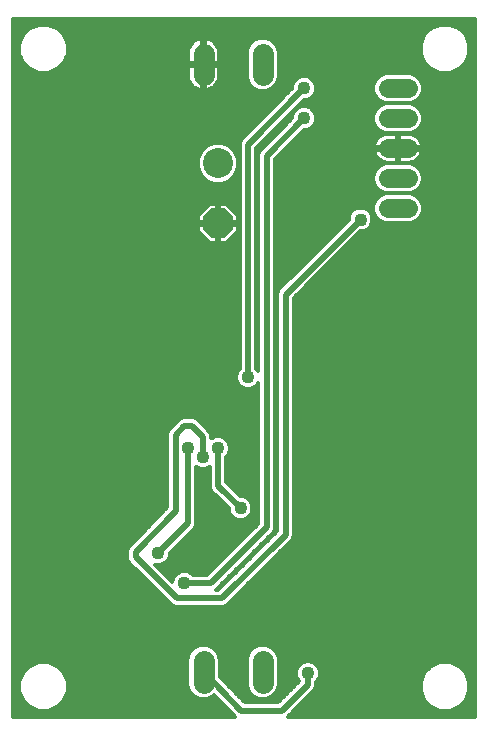
<source format=gbl>
G75*
G70*
%OFA0B0*%
%FSLAX24Y24*%
%IPPOS*%
%LPD*%
%AMOC8*
5,1,8,0,0,1.08239X$1,22.5*
%
%ADD10C,0.0710*%
%ADD11C,0.0640*%
%ADD12C,0.1000*%
%ADD13OC8,0.1000*%
%ADD14C,0.0120*%
%ADD15C,0.0436*%
%ADD16C,0.0197*%
D10*
X006748Y001470D02*
X006748Y002180D01*
X008716Y002180D02*
X008716Y001470D01*
X008716Y021730D02*
X008716Y022440D01*
X006748Y022440D02*
X006748Y021730D01*
D11*
X012912Y021285D02*
X013552Y021285D01*
X013552Y020285D02*
X012912Y020285D01*
X012912Y019285D02*
X013552Y019285D01*
X013552Y018285D02*
X012912Y018285D01*
X012912Y017285D02*
X013552Y017285D01*
D12*
X007232Y018785D03*
D13*
X007232Y016785D03*
D14*
X000412Y023602D02*
X000412Y000340D01*
X007799Y000340D01*
X007762Y000377D01*
X007761Y000379D01*
X007098Y001064D01*
X007051Y001016D01*
X006854Y000935D01*
X006641Y000935D01*
X006445Y001016D01*
X006294Y001167D01*
X006213Y001364D01*
X006213Y002286D01*
X006294Y002483D01*
X006445Y002634D01*
X006641Y002715D01*
X006854Y002715D01*
X007051Y002634D01*
X007201Y002483D01*
X007283Y002286D01*
X007283Y001673D01*
X008116Y000813D01*
X009242Y000813D01*
X009941Y001513D01*
X009894Y001559D01*
X009834Y001706D01*
X009834Y001864D01*
X009894Y002011D01*
X010006Y002123D01*
X010153Y002183D01*
X010311Y002183D01*
X010457Y002123D01*
X010569Y002011D01*
X010630Y001864D01*
X010630Y001706D01*
X010569Y001559D01*
X010510Y001500D01*
X010510Y001355D01*
X010468Y001252D01*
X009593Y000377D01*
X009556Y000340D01*
X015800Y000340D01*
X015800Y023602D01*
X000412Y023602D01*
X000412Y023505D02*
X015800Y023505D01*
X015800Y023386D02*
X015020Y023386D01*
X014960Y023411D02*
X014638Y023411D01*
X014340Y023288D01*
X014112Y023060D01*
X013989Y022762D01*
X013989Y022440D01*
X014112Y022142D01*
X014340Y021914D01*
X014638Y021791D01*
X014960Y021791D01*
X015258Y021914D01*
X015485Y022142D01*
X015609Y022440D01*
X015609Y022762D01*
X015485Y023060D01*
X015258Y023288D01*
X014960Y023411D01*
X015278Y023268D02*
X015800Y023268D01*
X015800Y023149D02*
X015396Y023149D01*
X015497Y023031D02*
X015800Y023031D01*
X015800Y022912D02*
X015547Y022912D01*
X015596Y022794D02*
X015800Y022794D01*
X015800Y022675D02*
X015609Y022675D01*
X015609Y022557D02*
X015800Y022557D01*
X015800Y022438D02*
X015608Y022438D01*
X015559Y022320D02*
X015800Y022320D01*
X015800Y022201D02*
X015510Y022201D01*
X015426Y022083D02*
X015800Y022083D01*
X015800Y021964D02*
X015307Y021964D01*
X015092Y021846D02*
X015800Y021846D01*
X015800Y021727D02*
X013791Y021727D01*
X013835Y021709D02*
X013651Y021785D01*
X012812Y021785D01*
X012629Y021709D01*
X012488Y021568D01*
X012412Y021384D01*
X012412Y021186D01*
X012488Y021002D01*
X012629Y020861D01*
X012812Y020785D01*
X012629Y020709D01*
X012488Y020568D01*
X012412Y020384D01*
X012412Y020186D01*
X012488Y020002D01*
X012629Y019861D01*
X012812Y019785D01*
X013651Y019785D01*
X013835Y019861D01*
X013976Y020002D01*
X014052Y020186D01*
X014052Y020384D01*
X013976Y020568D01*
X013835Y020709D01*
X013651Y020785D01*
X012812Y020785D01*
X013651Y020785D01*
X013835Y020861D01*
X013976Y021002D01*
X014052Y021186D01*
X014052Y021384D01*
X013976Y021568D01*
X013835Y021709D01*
X013935Y021609D02*
X015800Y021609D01*
X015800Y021490D02*
X014008Y021490D01*
X014052Y021372D02*
X015800Y021372D01*
X015800Y021253D02*
X014052Y021253D01*
X014031Y021135D02*
X015800Y021135D01*
X015800Y021016D02*
X013982Y021016D01*
X013871Y020898D02*
X015800Y020898D01*
X015800Y020779D02*
X013666Y020779D01*
X013883Y020661D02*
X015800Y020661D01*
X015800Y020542D02*
X013987Y020542D01*
X014036Y020424D02*
X015800Y020424D01*
X015800Y020305D02*
X014052Y020305D01*
X014052Y020187D02*
X015800Y020187D01*
X015800Y020068D02*
X014003Y020068D01*
X013923Y019950D02*
X015800Y019950D01*
X015800Y019831D02*
X013762Y019831D01*
X013736Y019730D02*
X013664Y019753D01*
X013590Y019765D01*
X013272Y019765D01*
X013272Y019325D01*
X014031Y019325D01*
X014020Y019397D01*
X013997Y019469D01*
X013962Y019537D01*
X013918Y019598D01*
X013865Y019651D01*
X013803Y019696D01*
X013736Y019730D01*
X013770Y019713D02*
X015800Y019713D01*
X015800Y019594D02*
X013921Y019594D01*
X013993Y019476D02*
X015800Y019476D01*
X015800Y019357D02*
X014026Y019357D01*
X014031Y019245D02*
X013272Y019245D01*
X013272Y019325D01*
X013192Y019325D01*
X013192Y019765D01*
X012874Y019765D01*
X012799Y019753D01*
X012728Y019730D01*
X012660Y019696D01*
X012599Y019651D01*
X012546Y019598D01*
X012501Y019537D01*
X012467Y019469D01*
X012444Y019397D01*
X012432Y019325D01*
X013192Y019325D01*
X013192Y019245D01*
X013272Y019245D01*
X013272Y018805D01*
X013590Y018805D01*
X013664Y018817D01*
X013736Y018840D01*
X013803Y018874D01*
X013865Y018919D01*
X013918Y018972D01*
X013962Y019033D01*
X013997Y019101D01*
X014020Y019173D01*
X014031Y019245D01*
X014030Y019239D02*
X015800Y019239D01*
X015800Y019120D02*
X014003Y019120D01*
X013939Y019002D02*
X015800Y019002D01*
X015800Y018883D02*
X013815Y018883D01*
X013701Y018765D02*
X015800Y018765D01*
X015800Y018646D02*
X013898Y018646D01*
X013835Y018709D02*
X013651Y018785D01*
X012812Y018785D01*
X012629Y018709D01*
X012488Y018568D01*
X012412Y018384D01*
X012412Y018186D01*
X012488Y018002D01*
X012629Y017861D01*
X012812Y017785D01*
X013651Y017785D01*
X013835Y017861D01*
X013976Y018002D01*
X014052Y018186D01*
X014052Y018384D01*
X013976Y018568D01*
X013835Y018709D01*
X013993Y018528D02*
X015800Y018528D01*
X015800Y018409D02*
X014042Y018409D01*
X014052Y018291D02*
X015800Y018291D01*
X015800Y018172D02*
X014046Y018172D01*
X013997Y018054D02*
X015800Y018054D01*
X015800Y017935D02*
X013909Y017935D01*
X013727Y017817D02*
X015800Y017817D01*
X015800Y017698D02*
X013846Y017698D01*
X013835Y017709D02*
X013651Y017785D01*
X012812Y017785D01*
X012629Y017709D01*
X012488Y017568D01*
X012412Y017384D01*
X012412Y017186D01*
X012488Y017002D01*
X012629Y016861D01*
X012812Y016785D01*
X013651Y016785D01*
X013835Y016861D01*
X013976Y017002D01*
X014052Y017186D01*
X014052Y017384D01*
X013976Y017568D01*
X013835Y017709D01*
X013964Y017580D02*
X015800Y017580D01*
X015800Y017461D02*
X014020Y017461D01*
X014052Y017343D02*
X015800Y017343D01*
X015800Y017224D02*
X014052Y017224D01*
X014019Y017106D02*
X015800Y017106D01*
X015800Y016987D02*
X013961Y016987D01*
X013842Y016869D02*
X015800Y016869D01*
X015800Y016750D02*
X012346Y016750D01*
X012319Y016684D02*
X012380Y016831D01*
X012380Y016989D01*
X012319Y017136D01*
X012207Y017248D01*
X012061Y017308D01*
X011903Y017308D01*
X011756Y017248D01*
X011644Y017136D01*
X011584Y016989D01*
X011584Y016906D01*
X009246Y014568D01*
X009203Y014465D01*
X009203Y006525D01*
X007242Y004563D01*
X007154Y004563D01*
X009015Y006424D01*
X009093Y006502D01*
X009135Y006605D01*
X009135Y018920D01*
X010102Y019887D01*
X010186Y019887D01*
X010332Y019947D01*
X010444Y020059D01*
X010505Y020206D01*
X010505Y020364D01*
X010444Y020511D01*
X010332Y020623D01*
X010186Y020683D01*
X010028Y020683D01*
X009881Y020623D01*
X009769Y020511D01*
X009709Y020364D01*
X009709Y020281D01*
X008621Y019193D01*
X008578Y019090D01*
X008578Y011864D01*
X008569Y011886D01*
X008510Y011945D01*
X008510Y019295D01*
X010102Y020887D01*
X010186Y020887D01*
X010332Y020947D01*
X010444Y021059D01*
X010505Y021206D01*
X010505Y021364D01*
X010444Y021511D01*
X010332Y021623D01*
X010186Y021683D01*
X010028Y021683D01*
X009881Y021623D01*
X009769Y021511D01*
X009709Y021364D01*
X009709Y021281D01*
X007996Y019568D01*
X007953Y019465D01*
X007953Y011945D01*
X007894Y011886D01*
X007834Y011739D01*
X007834Y011581D01*
X007894Y011434D01*
X008006Y011322D01*
X008153Y011262D01*
X008311Y011262D01*
X008457Y011322D01*
X008569Y011434D01*
X008578Y011456D01*
X008578Y006775D01*
X006867Y005063D01*
X006391Y005063D01*
X006332Y005123D01*
X006186Y005183D01*
X006028Y005183D01*
X005881Y005123D01*
X005769Y005011D01*
X005709Y004864D01*
X005709Y004827D01*
X005146Y005390D01*
X005153Y005387D01*
X005311Y005387D01*
X005457Y005447D01*
X005569Y005559D01*
X005630Y005706D01*
X005630Y005789D01*
X006468Y006627D01*
X006510Y006730D01*
X006510Y008659D01*
X006648Y008602D01*
X006806Y008602D01*
X006952Y008662D01*
X006953Y008664D01*
X006953Y007980D01*
X006996Y007877D01*
X007584Y007289D01*
X007584Y007206D01*
X007644Y007059D01*
X007756Y006947D01*
X007903Y006887D01*
X008061Y006887D01*
X008207Y006947D01*
X008319Y007059D01*
X008380Y007206D01*
X008380Y007364D01*
X008319Y007511D01*
X008207Y007623D01*
X008061Y007683D01*
X007977Y007683D01*
X007510Y008150D01*
X007510Y009000D01*
X007569Y009059D01*
X007630Y009206D01*
X007630Y009364D01*
X007569Y009511D01*
X007457Y009623D01*
X007311Y009683D01*
X007153Y009683D01*
X007010Y009624D01*
X007010Y009715D01*
X006968Y009818D01*
X006890Y009896D01*
X006515Y010271D01*
X006412Y010313D01*
X006051Y010313D01*
X005949Y010271D01*
X005581Y009903D01*
X005538Y009800D01*
X005538Y007313D01*
X004284Y006020D01*
X004246Y005983D01*
X004245Y005981D01*
X004244Y005979D01*
X004224Y005930D01*
X004203Y005880D01*
X004203Y005878D01*
X004203Y005876D01*
X004203Y005823D01*
X004203Y005605D01*
X004246Y005502D01*
X005621Y004127D01*
X005699Y004049D01*
X005801Y004007D01*
X007412Y004007D01*
X007515Y004049D01*
X009640Y006174D01*
X009718Y006252D01*
X009760Y006355D01*
X009760Y014295D01*
X011977Y016512D01*
X012061Y016512D01*
X012207Y016572D01*
X012319Y016684D01*
X012266Y016632D02*
X015800Y016632D01*
X015800Y016513D02*
X012064Y016513D01*
X011860Y016395D02*
X015800Y016395D01*
X015800Y016276D02*
X011742Y016276D01*
X011623Y016158D02*
X015800Y016158D01*
X015800Y016039D02*
X011505Y016039D01*
X011386Y015921D02*
X015800Y015921D01*
X015800Y015802D02*
X011268Y015802D01*
X011149Y015684D02*
X015800Y015684D01*
X015800Y015565D02*
X011031Y015565D01*
X010912Y015447D02*
X015800Y015447D01*
X015800Y015328D02*
X010794Y015328D01*
X010675Y015210D02*
X015800Y015210D01*
X015800Y015091D02*
X010557Y015091D01*
X010438Y014973D02*
X015800Y014973D01*
X015800Y014854D02*
X010320Y014854D01*
X010201Y014736D02*
X015800Y014736D01*
X015800Y014617D02*
X010083Y014617D01*
X009964Y014499D02*
X015800Y014499D01*
X015800Y014380D02*
X009846Y014380D01*
X009760Y014262D02*
X015800Y014262D01*
X015800Y014143D02*
X009760Y014143D01*
X009760Y014025D02*
X015800Y014025D01*
X015800Y013906D02*
X009760Y013906D01*
X009760Y013788D02*
X015800Y013788D01*
X015800Y013669D02*
X009760Y013669D01*
X009760Y013551D02*
X015800Y013551D01*
X015800Y013432D02*
X009760Y013432D01*
X009760Y013314D02*
X015800Y013314D01*
X015800Y013195D02*
X009760Y013195D01*
X009760Y013077D02*
X015800Y013077D01*
X015800Y012958D02*
X009760Y012958D01*
X009760Y012840D02*
X015800Y012840D01*
X015800Y012721D02*
X009760Y012721D01*
X009760Y012603D02*
X015800Y012603D01*
X015800Y012484D02*
X009760Y012484D01*
X009760Y012366D02*
X015800Y012366D01*
X015800Y012247D02*
X009760Y012247D01*
X009760Y012129D02*
X015800Y012129D01*
X015800Y012010D02*
X009760Y012010D01*
X009760Y011892D02*
X015800Y011892D01*
X015800Y011773D02*
X009760Y011773D01*
X009760Y011655D02*
X015800Y011655D01*
X015800Y011536D02*
X009760Y011536D01*
X009760Y011418D02*
X015800Y011418D01*
X015800Y011299D02*
X009760Y011299D01*
X009760Y011181D02*
X015800Y011181D01*
X015800Y011062D02*
X009760Y011062D01*
X009760Y010944D02*
X015800Y010944D01*
X015800Y010825D02*
X009760Y010825D01*
X009760Y010707D02*
X015800Y010707D01*
X015800Y010588D02*
X009760Y010588D01*
X009760Y010470D02*
X015800Y010470D01*
X015800Y010351D02*
X009760Y010351D01*
X009760Y010233D02*
X015800Y010233D01*
X015800Y010114D02*
X009760Y010114D01*
X009760Y009996D02*
X015800Y009996D01*
X015800Y009877D02*
X009760Y009877D01*
X009760Y009759D02*
X015800Y009759D01*
X015800Y009640D02*
X009760Y009640D01*
X009760Y009522D02*
X015800Y009522D01*
X015800Y009403D02*
X009760Y009403D01*
X009760Y009285D02*
X015800Y009285D01*
X015800Y009166D02*
X009760Y009166D01*
X009760Y009048D02*
X015800Y009048D01*
X015800Y008929D02*
X009760Y008929D01*
X009760Y008811D02*
X015800Y008811D01*
X015800Y008692D02*
X009760Y008692D01*
X009760Y008574D02*
X015800Y008574D01*
X015800Y008455D02*
X009760Y008455D01*
X009760Y008337D02*
X015800Y008337D01*
X015800Y008218D02*
X009760Y008218D01*
X009760Y008100D02*
X015800Y008100D01*
X015800Y007981D02*
X009760Y007981D01*
X009760Y007863D02*
X015800Y007863D01*
X015800Y007744D02*
X009760Y007744D01*
X009760Y007626D02*
X015800Y007626D01*
X015800Y007507D02*
X009760Y007507D01*
X009760Y007389D02*
X015800Y007389D01*
X015800Y007270D02*
X009760Y007270D01*
X009760Y007152D02*
X015800Y007152D01*
X015800Y007033D02*
X009760Y007033D01*
X009760Y006915D02*
X015800Y006915D01*
X015800Y006796D02*
X009760Y006796D01*
X009760Y006678D02*
X015800Y006678D01*
X015800Y006559D02*
X009760Y006559D01*
X009760Y006441D02*
X015800Y006441D01*
X015800Y006322D02*
X009747Y006322D01*
X009669Y006204D02*
X015800Y006204D01*
X015800Y006085D02*
X009551Y006085D01*
X009432Y005967D02*
X015800Y005967D01*
X015800Y005848D02*
X009314Y005848D01*
X009195Y005730D02*
X015800Y005730D01*
X015800Y005611D02*
X009077Y005611D01*
X008958Y005493D02*
X015800Y005493D01*
X015800Y005374D02*
X008840Y005374D01*
X008721Y005256D02*
X015800Y005256D01*
X015800Y005137D02*
X008603Y005137D01*
X008484Y005019D02*
X015800Y005019D01*
X015800Y004900D02*
X008366Y004900D01*
X008247Y004782D02*
X015800Y004782D01*
X015800Y004663D02*
X008129Y004663D01*
X008010Y004545D02*
X015800Y004545D01*
X015800Y004426D02*
X007892Y004426D01*
X007773Y004308D02*
X015800Y004308D01*
X015800Y004189D02*
X007655Y004189D01*
X007536Y004071D02*
X015800Y004071D01*
X015800Y003952D02*
X000412Y003952D01*
X000412Y003834D02*
X015800Y003834D01*
X015800Y003715D02*
X000412Y003715D01*
X000412Y003597D02*
X015800Y003597D01*
X015800Y003478D02*
X000412Y003478D01*
X000412Y003360D02*
X015800Y003360D01*
X015800Y003241D02*
X000412Y003241D01*
X000412Y003123D02*
X015800Y003123D01*
X015800Y003004D02*
X000412Y003004D01*
X000412Y002886D02*
X015800Y002886D01*
X015800Y002767D02*
X000412Y002767D01*
X000412Y002649D02*
X006481Y002649D01*
X006341Y002530D02*
X000412Y002530D01*
X000412Y002412D02*
X006264Y002412D01*
X006215Y002293D02*
X000412Y002293D01*
X000412Y002175D02*
X006213Y002175D01*
X006213Y002056D02*
X001803Y002056D01*
X001872Y002028D02*
X001574Y002151D01*
X001252Y002151D01*
X000954Y002028D01*
X000726Y001800D01*
X000603Y001502D01*
X000603Y001180D01*
X000726Y000882D01*
X000954Y000654D01*
X001252Y000531D01*
X001574Y000531D01*
X001872Y000654D01*
X002100Y000882D01*
X002223Y001180D01*
X002223Y001502D01*
X002100Y001800D01*
X001872Y002028D01*
X001962Y001938D02*
X006213Y001938D01*
X006213Y001819D02*
X002080Y001819D01*
X002141Y001701D02*
X006213Y001701D01*
X006213Y001582D02*
X002190Y001582D01*
X002223Y001464D02*
X006213Y001464D01*
X006220Y001345D02*
X002223Y001345D01*
X002223Y001227D02*
X006269Y001227D01*
X006353Y001108D02*
X002193Y001108D01*
X002144Y000990D02*
X006510Y000990D01*
X006986Y000990D02*
X007169Y000990D01*
X007284Y000871D02*
X002088Y000871D01*
X001970Y000753D02*
X007399Y000753D01*
X007514Y000634D02*
X001822Y000634D01*
X001004Y000634D02*
X000412Y000634D01*
X000412Y000516D02*
X007629Y000516D01*
X007744Y000397D02*
X000412Y000397D01*
X000412Y000753D02*
X000856Y000753D01*
X000738Y000871D02*
X000412Y000871D01*
X000412Y000990D02*
X000682Y000990D01*
X000633Y001108D02*
X000412Y001108D01*
X000412Y001227D02*
X000603Y001227D01*
X000603Y001345D02*
X000412Y001345D01*
X000412Y001464D02*
X000603Y001464D01*
X000636Y001582D02*
X000412Y001582D01*
X000412Y001701D02*
X000685Y001701D01*
X000745Y001819D02*
X000412Y001819D01*
X000412Y001938D02*
X000864Y001938D01*
X001022Y002056D02*
X000412Y002056D01*
X000412Y004071D02*
X005678Y004071D01*
X005559Y004189D02*
X000412Y004189D01*
X000412Y004308D02*
X005441Y004308D01*
X005322Y004426D02*
X000412Y004426D01*
X000412Y004545D02*
X005204Y004545D01*
X005085Y004663D02*
X000412Y004663D01*
X000412Y004782D02*
X004967Y004782D01*
X004848Y004900D02*
X000412Y004900D01*
X000412Y005019D02*
X004730Y005019D01*
X004611Y005137D02*
X000412Y005137D01*
X000412Y005256D02*
X004493Y005256D01*
X004374Y005374D02*
X000412Y005374D01*
X000412Y005493D02*
X004256Y005493D01*
X004203Y005611D02*
X000412Y005611D01*
X000412Y005730D02*
X004203Y005730D01*
X004203Y005848D02*
X000412Y005848D01*
X000412Y005967D02*
X004238Y005967D01*
X004346Y006085D02*
X000412Y006085D01*
X000412Y006204D02*
X004461Y006204D01*
X004576Y006322D02*
X000412Y006322D01*
X000412Y006441D02*
X004691Y006441D01*
X004806Y006559D02*
X000412Y006559D01*
X000412Y006678D02*
X004921Y006678D01*
X005037Y006796D02*
X000412Y006796D01*
X000412Y006915D02*
X005152Y006915D01*
X005267Y007033D02*
X000412Y007033D01*
X000412Y007152D02*
X005382Y007152D01*
X005497Y007270D02*
X000412Y007270D01*
X000412Y007389D02*
X005538Y007389D01*
X005538Y007507D02*
X000412Y007507D01*
X000412Y007626D02*
X005538Y007626D01*
X005538Y007744D02*
X000412Y007744D01*
X000412Y007863D02*
X005538Y007863D01*
X005538Y007981D02*
X000412Y007981D01*
X000412Y008100D02*
X005538Y008100D01*
X005538Y008218D02*
X000412Y008218D01*
X000412Y008337D02*
X005538Y008337D01*
X005538Y008455D02*
X000412Y008455D01*
X000412Y008574D02*
X005538Y008574D01*
X005538Y008692D02*
X000412Y008692D01*
X000412Y008811D02*
X005538Y008811D01*
X005538Y008929D02*
X000412Y008929D01*
X000412Y009048D02*
X005538Y009048D01*
X005538Y009166D02*
X000412Y009166D01*
X000412Y009285D02*
X005538Y009285D01*
X005538Y009403D02*
X000412Y009403D01*
X000412Y009522D02*
X005538Y009522D01*
X005538Y009640D02*
X000412Y009640D01*
X000412Y009759D02*
X005538Y009759D01*
X005570Y009877D02*
X000412Y009877D01*
X000412Y009996D02*
X005674Y009996D01*
X005792Y010114D02*
X000412Y010114D01*
X000412Y010233D02*
X005911Y010233D01*
X006553Y010233D02*
X008578Y010233D01*
X008578Y010351D02*
X000412Y010351D01*
X000412Y010470D02*
X008578Y010470D01*
X008578Y010588D02*
X000412Y010588D01*
X000412Y010707D02*
X008578Y010707D01*
X008578Y010825D02*
X000412Y010825D01*
X000412Y010944D02*
X008578Y010944D01*
X008578Y011062D02*
X000412Y011062D01*
X000412Y011181D02*
X008578Y011181D01*
X008578Y011299D02*
X008401Y011299D01*
X008552Y011418D02*
X008578Y011418D01*
X008563Y011892D02*
X008578Y011892D01*
X008578Y012010D02*
X008510Y012010D01*
X008510Y012129D02*
X008578Y012129D01*
X008578Y012247D02*
X008510Y012247D01*
X008510Y012366D02*
X008578Y012366D01*
X008578Y012484D02*
X008510Y012484D01*
X008510Y012603D02*
X008578Y012603D01*
X008578Y012721D02*
X008510Y012721D01*
X008510Y012840D02*
X008578Y012840D01*
X008578Y012958D02*
X008510Y012958D01*
X008510Y013077D02*
X008578Y013077D01*
X008578Y013195D02*
X008510Y013195D01*
X008510Y013314D02*
X008578Y013314D01*
X008578Y013432D02*
X008510Y013432D01*
X008510Y013551D02*
X008578Y013551D01*
X008578Y013669D02*
X008510Y013669D01*
X008510Y013788D02*
X008578Y013788D01*
X008578Y013906D02*
X008510Y013906D01*
X008510Y014025D02*
X008578Y014025D01*
X008578Y014143D02*
X008510Y014143D01*
X008510Y014262D02*
X008578Y014262D01*
X008578Y014380D02*
X008510Y014380D01*
X008510Y014499D02*
X008578Y014499D01*
X008578Y014617D02*
X008510Y014617D01*
X008510Y014736D02*
X008578Y014736D01*
X008578Y014854D02*
X008510Y014854D01*
X008510Y014973D02*
X008578Y014973D01*
X008578Y015091D02*
X008510Y015091D01*
X008510Y015210D02*
X008578Y015210D01*
X008578Y015328D02*
X008510Y015328D01*
X008510Y015447D02*
X008578Y015447D01*
X008578Y015565D02*
X008510Y015565D01*
X008510Y015684D02*
X008578Y015684D01*
X008578Y015802D02*
X008510Y015802D01*
X008510Y015921D02*
X008578Y015921D01*
X008578Y016039D02*
X008510Y016039D01*
X008510Y016158D02*
X008578Y016158D01*
X008578Y016276D02*
X008510Y016276D01*
X008510Y016395D02*
X008578Y016395D01*
X008578Y016513D02*
X008510Y016513D01*
X008510Y016632D02*
X008578Y016632D01*
X008578Y016750D02*
X008510Y016750D01*
X008510Y016869D02*
X008578Y016869D01*
X008578Y016987D02*
X008510Y016987D01*
X008510Y017106D02*
X008578Y017106D01*
X008578Y017224D02*
X008510Y017224D01*
X008510Y017343D02*
X008578Y017343D01*
X008578Y017461D02*
X008510Y017461D01*
X008510Y017580D02*
X008578Y017580D01*
X008578Y017698D02*
X008510Y017698D01*
X008510Y017817D02*
X008578Y017817D01*
X008578Y017935D02*
X008510Y017935D01*
X008510Y018054D02*
X008578Y018054D01*
X008578Y018172D02*
X008510Y018172D01*
X008510Y018291D02*
X008578Y018291D01*
X008578Y018409D02*
X008510Y018409D01*
X008510Y018528D02*
X008578Y018528D01*
X008578Y018646D02*
X008510Y018646D01*
X008510Y018765D02*
X008578Y018765D01*
X008578Y018883D02*
X008510Y018883D01*
X008510Y019002D02*
X008578Y019002D01*
X008591Y019120D02*
X008510Y019120D01*
X008510Y019239D02*
X008667Y019239D01*
X008573Y019357D02*
X008785Y019357D01*
X008691Y019476D02*
X008904Y019476D01*
X008810Y019594D02*
X009022Y019594D01*
X008928Y019713D02*
X009141Y019713D01*
X009047Y019831D02*
X009259Y019831D01*
X009165Y019950D02*
X009378Y019950D01*
X009284Y020068D02*
X009496Y020068D01*
X009402Y020187D02*
X009615Y020187D01*
X009521Y020305D02*
X009709Y020305D01*
X009733Y020424D02*
X009639Y020424D01*
X009758Y020542D02*
X009801Y020542D01*
X009876Y020661D02*
X009973Y020661D01*
X009995Y020779D02*
X012798Y020779D01*
X012592Y020898D02*
X010212Y020898D01*
X010241Y020661D02*
X012580Y020661D01*
X012477Y020542D02*
X010413Y020542D01*
X010480Y020424D02*
X012428Y020424D01*
X012412Y020305D02*
X010505Y020305D01*
X010497Y020187D02*
X012412Y020187D01*
X012461Y020068D02*
X010448Y020068D01*
X010334Y019950D02*
X012540Y019950D01*
X012701Y019831D02*
X010047Y019831D01*
X009928Y019713D02*
X012694Y019713D01*
X012543Y019594D02*
X009810Y019594D01*
X009691Y019476D02*
X012470Y019476D01*
X012437Y019357D02*
X009573Y019357D01*
X009454Y019239D02*
X012433Y019239D01*
X012432Y019245D02*
X012444Y019173D01*
X012467Y019101D01*
X012501Y019033D01*
X012546Y018972D01*
X012599Y018919D01*
X012660Y018874D01*
X012728Y018840D01*
X012799Y018817D01*
X012874Y018805D01*
X013192Y018805D01*
X013192Y019245D01*
X012432Y019245D01*
X012461Y019120D02*
X009336Y019120D01*
X009217Y019002D02*
X012524Y019002D01*
X012648Y018883D02*
X009135Y018883D01*
X009135Y018765D02*
X012763Y018765D01*
X012566Y018646D02*
X009135Y018646D01*
X009135Y018528D02*
X012471Y018528D01*
X012422Y018409D02*
X009135Y018409D01*
X009135Y018291D02*
X012412Y018291D01*
X012417Y018172D02*
X009135Y018172D01*
X009135Y018054D02*
X012467Y018054D01*
X012555Y017935D02*
X009135Y017935D01*
X009135Y017817D02*
X012736Y017817D01*
X012618Y017698D02*
X009135Y017698D01*
X009135Y017580D02*
X012499Y017580D01*
X012444Y017461D02*
X009135Y017461D01*
X009135Y017343D02*
X012412Y017343D01*
X012412Y017224D02*
X012231Y017224D01*
X012332Y017106D02*
X012445Y017106D01*
X012503Y016987D02*
X012380Y016987D01*
X012380Y016869D02*
X012621Y016869D01*
X011733Y017224D02*
X009135Y017224D01*
X009135Y017106D02*
X011632Y017106D01*
X011584Y016987D02*
X009135Y016987D01*
X009135Y016869D02*
X011547Y016869D01*
X011428Y016750D02*
X009135Y016750D01*
X009135Y016632D02*
X011310Y016632D01*
X011191Y016513D02*
X009135Y016513D01*
X009135Y016395D02*
X011073Y016395D01*
X010954Y016276D02*
X009135Y016276D01*
X009135Y016158D02*
X010836Y016158D01*
X010717Y016039D02*
X009135Y016039D01*
X009135Y015921D02*
X010599Y015921D01*
X010480Y015802D02*
X009135Y015802D01*
X009135Y015684D02*
X010362Y015684D01*
X010243Y015565D02*
X009135Y015565D01*
X009135Y015447D02*
X010125Y015447D01*
X010006Y015328D02*
X009135Y015328D01*
X009135Y015210D02*
X009888Y015210D01*
X009769Y015091D02*
X009135Y015091D01*
X009135Y014973D02*
X009651Y014973D01*
X009532Y014854D02*
X009135Y014854D01*
X009135Y014736D02*
X009414Y014736D01*
X009295Y014617D02*
X009135Y014617D01*
X009135Y014499D02*
X009217Y014499D01*
X009203Y014380D02*
X009135Y014380D01*
X009135Y014262D02*
X009203Y014262D01*
X009203Y014143D02*
X009135Y014143D01*
X009135Y014025D02*
X009203Y014025D01*
X009203Y013906D02*
X009135Y013906D01*
X009135Y013788D02*
X009203Y013788D01*
X009203Y013669D02*
X009135Y013669D01*
X009135Y013551D02*
X009203Y013551D01*
X009203Y013432D02*
X009135Y013432D01*
X009135Y013314D02*
X009203Y013314D01*
X009203Y013195D02*
X009135Y013195D01*
X009135Y013077D02*
X009203Y013077D01*
X009203Y012958D02*
X009135Y012958D01*
X009135Y012840D02*
X009203Y012840D01*
X009203Y012721D02*
X009135Y012721D01*
X009135Y012603D02*
X009203Y012603D01*
X009203Y012484D02*
X009135Y012484D01*
X009135Y012366D02*
X009203Y012366D01*
X009203Y012247D02*
X009135Y012247D01*
X009135Y012129D02*
X009203Y012129D01*
X009203Y012010D02*
X009135Y012010D01*
X009135Y011892D02*
X009203Y011892D01*
X009203Y011773D02*
X009135Y011773D01*
X009135Y011655D02*
X009203Y011655D01*
X009203Y011536D02*
X009135Y011536D01*
X009135Y011418D02*
X009203Y011418D01*
X009203Y011299D02*
X009135Y011299D01*
X009135Y011181D02*
X009203Y011181D01*
X009203Y011062D02*
X009135Y011062D01*
X009135Y010944D02*
X009203Y010944D01*
X009203Y010825D02*
X009135Y010825D01*
X009135Y010707D02*
X009203Y010707D01*
X009203Y010588D02*
X009135Y010588D01*
X009135Y010470D02*
X009203Y010470D01*
X009203Y010351D02*
X009135Y010351D01*
X009135Y010233D02*
X009203Y010233D01*
X009203Y010114D02*
X009135Y010114D01*
X009135Y009996D02*
X009203Y009996D01*
X009203Y009877D02*
X009135Y009877D01*
X009135Y009759D02*
X009203Y009759D01*
X009203Y009640D02*
X009135Y009640D01*
X009135Y009522D02*
X009203Y009522D01*
X009203Y009403D02*
X009135Y009403D01*
X009135Y009285D02*
X009203Y009285D01*
X009203Y009166D02*
X009135Y009166D01*
X009135Y009048D02*
X009203Y009048D01*
X009203Y008929D02*
X009135Y008929D01*
X009135Y008811D02*
X009203Y008811D01*
X009203Y008692D02*
X009135Y008692D01*
X009135Y008574D02*
X009203Y008574D01*
X009203Y008455D02*
X009135Y008455D01*
X009135Y008337D02*
X009203Y008337D01*
X009203Y008218D02*
X009135Y008218D01*
X009135Y008100D02*
X009203Y008100D01*
X009203Y007981D02*
X009135Y007981D01*
X009135Y007863D02*
X009203Y007863D01*
X009203Y007744D02*
X009135Y007744D01*
X009135Y007626D02*
X009203Y007626D01*
X009203Y007507D02*
X009135Y007507D01*
X009135Y007389D02*
X009203Y007389D01*
X009203Y007270D02*
X009135Y007270D01*
X009135Y007152D02*
X009203Y007152D01*
X009203Y007033D02*
X009135Y007033D01*
X009135Y006915D02*
X009203Y006915D01*
X009203Y006796D02*
X009135Y006796D01*
X009135Y006678D02*
X009203Y006678D01*
X009203Y006559D02*
X009116Y006559D01*
X009119Y006441D02*
X009031Y006441D01*
X009000Y006322D02*
X008913Y006322D01*
X008882Y006204D02*
X008794Y006204D01*
X008763Y006085D02*
X008676Y006085D01*
X008645Y005967D02*
X008557Y005967D01*
X008526Y005848D02*
X008439Y005848D01*
X008408Y005730D02*
X008320Y005730D01*
X008289Y005611D02*
X008202Y005611D01*
X008171Y005493D02*
X008083Y005493D01*
X008052Y005374D02*
X007965Y005374D01*
X007934Y005256D02*
X007846Y005256D01*
X007815Y005137D02*
X007728Y005137D01*
X007697Y005019D02*
X007609Y005019D01*
X007578Y004900D02*
X007491Y004900D01*
X007460Y004782D02*
X007372Y004782D01*
X007341Y004663D02*
X007254Y004663D01*
X006940Y005137D02*
X006297Y005137D01*
X005916Y005137D02*
X005399Y005137D01*
X005517Y005019D02*
X005777Y005019D01*
X005724Y004900D02*
X005636Y004900D01*
X005280Y005256D02*
X007059Y005256D01*
X007177Y005374D02*
X005162Y005374D01*
X005502Y005493D02*
X007296Y005493D01*
X007414Y005611D02*
X005591Y005611D01*
X005630Y005730D02*
X007533Y005730D01*
X007651Y005848D02*
X005689Y005848D01*
X005807Y005967D02*
X007770Y005967D01*
X007888Y006085D02*
X005926Y006085D01*
X006044Y006204D02*
X008007Y006204D01*
X008125Y006322D02*
X006163Y006322D01*
X006281Y006441D02*
X008244Y006441D01*
X008362Y006559D02*
X006400Y006559D01*
X006489Y006678D02*
X008481Y006678D01*
X008578Y006796D02*
X006510Y006796D01*
X006510Y006915D02*
X007836Y006915D01*
X007671Y007033D02*
X006510Y007033D01*
X006510Y007152D02*
X007606Y007152D01*
X007584Y007270D02*
X006510Y007270D01*
X006510Y007389D02*
X007485Y007389D01*
X007366Y007507D02*
X006510Y007507D01*
X006510Y007626D02*
X007248Y007626D01*
X007129Y007744D02*
X006510Y007744D01*
X006510Y007863D02*
X007011Y007863D01*
X006953Y007981D02*
X006510Y007981D01*
X006510Y008100D02*
X006953Y008100D01*
X006953Y008218D02*
X006510Y008218D01*
X006510Y008337D02*
X006953Y008337D01*
X006953Y008455D02*
X006510Y008455D01*
X006510Y008574D02*
X006953Y008574D01*
X007510Y008574D02*
X008578Y008574D01*
X008578Y008692D02*
X007510Y008692D01*
X007510Y008811D02*
X008578Y008811D01*
X008578Y008929D02*
X007510Y008929D01*
X007557Y009048D02*
X008578Y009048D01*
X008578Y009166D02*
X007613Y009166D01*
X007630Y009285D02*
X008578Y009285D01*
X008578Y009403D02*
X007614Y009403D01*
X007558Y009522D02*
X008578Y009522D01*
X008578Y009640D02*
X007415Y009640D01*
X007049Y009640D02*
X007010Y009640D01*
X006992Y009759D02*
X008578Y009759D01*
X008578Y009877D02*
X006909Y009877D01*
X006790Y009996D02*
X008578Y009996D01*
X008578Y010114D02*
X006672Y010114D01*
X007911Y011418D02*
X000412Y011418D01*
X000412Y011536D02*
X007852Y011536D01*
X007834Y011655D02*
X000412Y011655D01*
X000412Y011773D02*
X007848Y011773D01*
X007900Y011892D02*
X000412Y011892D01*
X000412Y012010D02*
X007953Y012010D01*
X007953Y012129D02*
X000412Y012129D01*
X000412Y012247D02*
X007953Y012247D01*
X007953Y012366D02*
X000412Y012366D01*
X000412Y012484D02*
X007953Y012484D01*
X007953Y012603D02*
X000412Y012603D01*
X000412Y012721D02*
X007953Y012721D01*
X007953Y012840D02*
X000412Y012840D01*
X000412Y012958D02*
X007953Y012958D01*
X007953Y013077D02*
X000412Y013077D01*
X000412Y013195D02*
X007953Y013195D01*
X007953Y013314D02*
X000412Y013314D01*
X000412Y013432D02*
X007953Y013432D01*
X007953Y013551D02*
X000412Y013551D01*
X000412Y013669D02*
X007953Y013669D01*
X007953Y013788D02*
X000412Y013788D01*
X000412Y013906D02*
X007953Y013906D01*
X007953Y014025D02*
X000412Y014025D01*
X000412Y014143D02*
X007953Y014143D01*
X007953Y014262D02*
X000412Y014262D01*
X000412Y014380D02*
X007953Y014380D01*
X007953Y014499D02*
X000412Y014499D01*
X000412Y014617D02*
X007953Y014617D01*
X007953Y014736D02*
X000412Y014736D01*
X000412Y014854D02*
X007953Y014854D01*
X007953Y014973D02*
X000412Y014973D01*
X000412Y015091D02*
X007953Y015091D01*
X007953Y015210D02*
X000412Y015210D01*
X000412Y015328D02*
X007953Y015328D01*
X007953Y015447D02*
X000412Y015447D01*
X000412Y015565D02*
X007953Y015565D01*
X007953Y015684D02*
X000412Y015684D01*
X000412Y015802D02*
X007953Y015802D01*
X007953Y015921D02*
X000412Y015921D01*
X000412Y016039D02*
X007953Y016039D01*
X007953Y016158D02*
X007538Y016158D01*
X007505Y016125D02*
X007892Y016512D01*
X007892Y016745D01*
X007272Y016745D01*
X007272Y016825D01*
X007892Y016825D01*
X007892Y017058D01*
X007505Y017445D01*
X007272Y017445D01*
X007272Y016825D01*
X007192Y016825D01*
X007192Y017445D01*
X006958Y017445D01*
X006572Y017058D01*
X006572Y016825D01*
X007192Y016825D01*
X007192Y016745D01*
X007272Y016745D01*
X007272Y016125D01*
X007505Y016125D01*
X007656Y016276D02*
X007953Y016276D01*
X007953Y016395D02*
X007775Y016395D01*
X007892Y016513D02*
X007953Y016513D01*
X007953Y016632D02*
X007892Y016632D01*
X007953Y016750D02*
X007272Y016750D01*
X007192Y016750D02*
X000412Y016750D01*
X000412Y016632D02*
X006572Y016632D01*
X006572Y016745D02*
X006572Y016512D01*
X006958Y016125D01*
X007192Y016125D01*
X007192Y016745D01*
X006572Y016745D01*
X006572Y016869D02*
X000412Y016869D01*
X000412Y016987D02*
X006572Y016987D01*
X006619Y017106D02*
X000412Y017106D01*
X000412Y017224D02*
X006738Y017224D01*
X006856Y017343D02*
X000412Y017343D01*
X000412Y017461D02*
X007953Y017461D01*
X007953Y017343D02*
X007608Y017343D01*
X007726Y017224D02*
X007953Y017224D01*
X007953Y017106D02*
X007845Y017106D01*
X007892Y016987D02*
X007953Y016987D01*
X007953Y016869D02*
X007892Y016869D01*
X007953Y017580D02*
X000412Y017580D01*
X000412Y017698D02*
X007953Y017698D01*
X007953Y017817D02*
X000412Y017817D01*
X000412Y017935D02*
X007953Y017935D01*
X007953Y018054D02*
X000412Y018054D01*
X000412Y018172D02*
X006935Y018172D01*
X006847Y018209D02*
X007097Y018105D01*
X007367Y018105D01*
X007617Y018209D01*
X007808Y018400D01*
X007912Y018650D01*
X007912Y018920D01*
X007808Y019170D01*
X007617Y019361D01*
X007367Y019465D01*
X007097Y019465D01*
X006847Y019361D01*
X006655Y019170D01*
X006552Y018920D01*
X006552Y018650D01*
X006655Y018400D01*
X006847Y018209D01*
X006765Y018291D02*
X000412Y018291D01*
X000412Y018409D02*
X006652Y018409D01*
X006602Y018528D02*
X000412Y018528D01*
X000412Y018646D02*
X006553Y018646D01*
X006552Y018765D02*
X000412Y018765D01*
X000412Y018883D02*
X006552Y018883D01*
X006586Y019002D02*
X000412Y019002D01*
X000412Y019120D02*
X006635Y019120D01*
X006724Y019239D02*
X000412Y019239D01*
X000412Y019357D02*
X006842Y019357D01*
X007621Y019357D02*
X007953Y019357D01*
X007953Y019239D02*
X007740Y019239D01*
X007829Y019120D02*
X007953Y019120D01*
X007953Y019002D02*
X007878Y019002D01*
X007912Y018883D02*
X007953Y018883D01*
X007953Y018765D02*
X007912Y018765D01*
X007910Y018646D02*
X007953Y018646D01*
X007953Y018528D02*
X007861Y018528D01*
X007812Y018409D02*
X007953Y018409D01*
X007953Y018291D02*
X007699Y018291D01*
X007529Y018172D02*
X007953Y018172D01*
X007272Y017343D02*
X007192Y017343D01*
X007192Y017224D02*
X007272Y017224D01*
X007272Y017106D02*
X007192Y017106D01*
X007192Y016987D02*
X007272Y016987D01*
X007272Y016869D02*
X007192Y016869D01*
X007192Y016632D02*
X007272Y016632D01*
X007272Y016513D02*
X007192Y016513D01*
X007192Y016395D02*
X007272Y016395D01*
X007272Y016276D02*
X007192Y016276D01*
X007192Y016158D02*
X007272Y016158D01*
X006926Y016158D02*
X000412Y016158D01*
X000412Y016276D02*
X006807Y016276D01*
X006689Y016395D02*
X000412Y016395D01*
X000412Y016513D02*
X006572Y016513D01*
X007958Y019476D02*
X000412Y019476D01*
X000412Y019594D02*
X008022Y019594D01*
X008141Y019713D02*
X000412Y019713D01*
X000412Y019831D02*
X008259Y019831D01*
X008378Y019950D02*
X000412Y019950D01*
X000412Y020068D02*
X008496Y020068D01*
X008615Y020187D02*
X000412Y020187D01*
X000412Y020305D02*
X008733Y020305D01*
X008852Y020424D02*
X000412Y020424D01*
X000412Y020542D02*
X008970Y020542D01*
X009089Y020661D02*
X000412Y020661D01*
X000412Y020779D02*
X009207Y020779D01*
X009326Y020898D02*
X000412Y020898D01*
X000412Y021016D02*
X009444Y021016D01*
X009563Y021135D02*
X000412Y021135D01*
X000412Y021253D02*
X006549Y021253D01*
X006550Y021253D02*
X006627Y021228D01*
X006690Y021218D01*
X006690Y022027D01*
X006805Y022027D01*
X006805Y021218D01*
X006868Y021228D01*
X006945Y021253D01*
X007018Y021290D01*
X007083Y021337D01*
X007140Y021394D01*
X007188Y021460D01*
X007225Y021532D01*
X007250Y021609D01*
X007263Y021689D01*
X007263Y022027D01*
X006805Y022027D01*
X006805Y022143D01*
X006690Y022143D01*
X006690Y022952D01*
X006627Y022942D01*
X006550Y022917D01*
X006478Y022880D01*
X006412Y022833D01*
X006355Y022775D01*
X006307Y022710D01*
X006270Y022638D01*
X006245Y022561D01*
X006233Y022481D01*
X006233Y022143D01*
X006690Y022143D01*
X006690Y022027D01*
X006233Y022027D01*
X006233Y021689D01*
X006245Y021609D01*
X006270Y021532D01*
X006307Y021460D01*
X006355Y021394D01*
X006412Y021337D01*
X006478Y021290D01*
X006550Y021253D01*
X006690Y021253D02*
X006805Y021253D01*
X006805Y021372D02*
X006690Y021372D01*
X006690Y021490D02*
X006805Y021490D01*
X006805Y021609D02*
X006690Y021609D01*
X006690Y021727D02*
X006805Y021727D01*
X006805Y021846D02*
X006690Y021846D01*
X006690Y021964D02*
X006805Y021964D01*
X006805Y022083D02*
X008181Y022083D01*
X008181Y022201D02*
X007263Y022201D01*
X007263Y022143D02*
X007263Y022481D01*
X007250Y022561D01*
X007225Y022638D01*
X007188Y022710D01*
X007140Y022775D01*
X007083Y022833D01*
X007018Y022880D01*
X006945Y022917D01*
X006868Y022942D01*
X006805Y022952D01*
X006805Y022143D01*
X007263Y022143D01*
X007263Y022320D02*
X008181Y022320D01*
X008181Y022438D02*
X007263Y022438D01*
X007251Y022557D02*
X008185Y022557D01*
X008181Y022546D02*
X008181Y021624D01*
X008263Y021427D01*
X008413Y021276D01*
X008610Y021195D01*
X008823Y021195D01*
X009019Y021276D01*
X009170Y021427D01*
X009251Y021624D01*
X009251Y022546D01*
X009170Y022743D01*
X009019Y022894D01*
X008823Y022975D01*
X008610Y022975D01*
X008413Y022894D01*
X008263Y022743D01*
X008181Y022546D01*
X008234Y022675D02*
X007206Y022675D01*
X007122Y022794D02*
X008313Y022794D01*
X008458Y022912D02*
X006956Y022912D01*
X006805Y022912D02*
X006690Y022912D01*
X006690Y022794D02*
X006805Y022794D01*
X006805Y022675D02*
X006690Y022675D01*
X006690Y022557D02*
X006805Y022557D01*
X006805Y022438D02*
X006690Y022438D01*
X006690Y022320D02*
X006805Y022320D01*
X006805Y022201D02*
X006690Y022201D01*
X006690Y022083D02*
X002040Y022083D01*
X002100Y022142D02*
X002223Y022440D01*
X002223Y022762D01*
X002100Y023060D01*
X001872Y023288D01*
X001574Y023411D01*
X001252Y023411D01*
X000954Y023288D01*
X000726Y023060D01*
X000603Y022762D01*
X000603Y022440D01*
X000726Y022142D01*
X000954Y021914D01*
X001252Y021791D01*
X001574Y021791D01*
X001872Y021914D01*
X002100Y022142D01*
X002124Y022201D02*
X006233Y022201D01*
X006233Y022320D02*
X002173Y022320D01*
X002222Y022438D02*
X006233Y022438D01*
X006245Y022557D02*
X002223Y022557D01*
X002223Y022675D02*
X006289Y022675D01*
X006373Y022794D02*
X002210Y022794D01*
X002161Y022912D02*
X006540Y022912D01*
X006233Y021964D02*
X001921Y021964D01*
X001706Y021846D02*
X006233Y021846D01*
X006233Y021727D02*
X000412Y021727D01*
X000412Y021609D02*
X006246Y021609D01*
X006292Y021490D02*
X000412Y021490D01*
X000412Y021372D02*
X006378Y021372D01*
X006946Y021253D02*
X008470Y021253D01*
X008318Y021372D02*
X007117Y021372D01*
X007203Y021490D02*
X008236Y021490D01*
X008187Y021609D02*
X007250Y021609D01*
X007263Y021727D02*
X008181Y021727D01*
X008181Y021846D02*
X007263Y021846D01*
X007263Y021964D02*
X008181Y021964D01*
X008963Y021253D02*
X009681Y021253D01*
X009712Y021372D02*
X009114Y021372D01*
X009196Y021490D02*
X009761Y021490D01*
X009867Y021609D02*
X009245Y021609D01*
X009251Y021727D02*
X012672Y021727D01*
X012528Y021609D02*
X010346Y021609D01*
X010453Y021490D02*
X012456Y021490D01*
X012412Y021372D02*
X010502Y021372D01*
X010505Y021253D02*
X012412Y021253D01*
X012433Y021135D02*
X010475Y021135D01*
X010401Y021016D02*
X012482Y021016D01*
X013192Y019713D02*
X013272Y019713D01*
X013272Y019594D02*
X013192Y019594D01*
X013192Y019476D02*
X013272Y019476D01*
X013272Y019357D02*
X013192Y019357D01*
X013192Y019239D02*
X013272Y019239D01*
X013272Y019120D02*
X013192Y019120D01*
X013192Y019002D02*
X013272Y019002D01*
X013272Y018883D02*
X013192Y018883D01*
X014506Y021846D02*
X009251Y021846D01*
X009251Y021964D02*
X014290Y021964D01*
X014172Y022083D02*
X009251Y022083D01*
X009251Y022201D02*
X014088Y022201D01*
X014039Y022320D02*
X009251Y022320D01*
X009251Y022438D02*
X013990Y022438D01*
X013989Y022557D02*
X009247Y022557D01*
X009198Y022675D02*
X013989Y022675D01*
X014002Y022794D02*
X009119Y022794D01*
X008974Y022912D02*
X014051Y022912D01*
X014100Y023031D02*
X002112Y023031D01*
X002010Y023149D02*
X014201Y023149D01*
X014320Y023268D02*
X001892Y023268D01*
X001634Y023386D02*
X014578Y023386D01*
X008063Y011299D02*
X000412Y011299D01*
X007015Y002649D02*
X008449Y002649D01*
X008413Y002634D02*
X008263Y002483D01*
X008181Y002286D01*
X008181Y001364D01*
X008263Y001167D01*
X008413Y001016D01*
X008610Y000935D01*
X008823Y000935D01*
X009019Y001016D01*
X009170Y001167D01*
X009251Y001364D01*
X009251Y002286D01*
X009170Y002483D01*
X009019Y002634D01*
X008823Y002715D01*
X008610Y002715D01*
X008413Y002634D01*
X008310Y002530D02*
X007154Y002530D01*
X007231Y002412D02*
X008233Y002412D01*
X008184Y002293D02*
X007280Y002293D01*
X007283Y002175D02*
X008181Y002175D01*
X008181Y002056D02*
X007283Y002056D01*
X007283Y001938D02*
X008181Y001938D01*
X008181Y001819D02*
X007283Y001819D01*
X007283Y001701D02*
X008181Y001701D01*
X008181Y001582D02*
X007371Y001582D01*
X007486Y001464D02*
X008181Y001464D01*
X008189Y001345D02*
X007600Y001345D01*
X007715Y001227D02*
X008238Y001227D01*
X008321Y001108D02*
X007830Y001108D01*
X007945Y000990D02*
X008478Y000990D01*
X008060Y000871D02*
X009299Y000871D01*
X009418Y000990D02*
X008954Y000990D01*
X009111Y001108D02*
X009536Y001108D01*
X009655Y001227D02*
X009194Y001227D01*
X009243Y001345D02*
X009773Y001345D01*
X009892Y001464D02*
X009251Y001464D01*
X009251Y001582D02*
X009885Y001582D01*
X009836Y001701D02*
X009251Y001701D01*
X009251Y001819D02*
X009834Y001819D01*
X009864Y001938D02*
X009251Y001938D01*
X009251Y002056D02*
X009940Y002056D01*
X010132Y002175D02*
X009251Y002175D01*
X009248Y002293D02*
X015800Y002293D01*
X015800Y002175D02*
X010332Y002175D01*
X010524Y002056D02*
X014408Y002056D01*
X014340Y002028D02*
X014112Y001800D01*
X013989Y001502D01*
X013989Y001180D01*
X014112Y000882D01*
X014340Y000654D01*
X014638Y000531D01*
X014960Y000531D01*
X015258Y000654D01*
X015485Y000882D01*
X015609Y001180D01*
X015609Y001502D01*
X015485Y001800D01*
X015258Y002028D01*
X014960Y002151D01*
X014638Y002151D01*
X014340Y002028D01*
X014250Y001938D02*
X010600Y001938D01*
X010630Y001819D02*
X014131Y001819D01*
X014071Y001701D02*
X010628Y001701D01*
X010579Y001582D02*
X014022Y001582D01*
X013989Y001464D02*
X010510Y001464D01*
X010506Y001345D02*
X013989Y001345D01*
X013989Y001227D02*
X010442Y001227D01*
X010324Y001108D02*
X014019Y001108D01*
X014068Y000990D02*
X010205Y000990D01*
X010087Y000871D02*
X014123Y000871D01*
X014242Y000753D02*
X009968Y000753D01*
X009850Y000634D02*
X014389Y000634D01*
X015208Y000634D02*
X015800Y000634D01*
X015800Y000516D02*
X009731Y000516D01*
X009613Y000397D02*
X015800Y000397D01*
X015800Y000753D02*
X015356Y000753D01*
X015474Y000871D02*
X015800Y000871D01*
X015800Y000990D02*
X015530Y000990D01*
X015579Y001108D02*
X015800Y001108D01*
X015800Y001227D02*
X015609Y001227D01*
X015609Y001345D02*
X015800Y001345D01*
X015800Y001464D02*
X015609Y001464D01*
X015576Y001582D02*
X015800Y001582D01*
X015800Y001701D02*
X015527Y001701D01*
X015466Y001819D02*
X015800Y001819D01*
X015800Y001938D02*
X015348Y001938D01*
X015189Y002056D02*
X015800Y002056D01*
X015800Y002412D02*
X009199Y002412D01*
X009123Y002530D02*
X015800Y002530D01*
X015800Y002649D02*
X008983Y002649D01*
X008578Y006915D02*
X008128Y006915D01*
X008293Y007033D02*
X008578Y007033D01*
X008578Y007152D02*
X008357Y007152D01*
X008380Y007270D02*
X008578Y007270D01*
X008578Y007389D02*
X008370Y007389D01*
X008321Y007507D02*
X008578Y007507D01*
X008578Y007626D02*
X008200Y007626D01*
X007917Y007744D02*
X008578Y007744D01*
X008578Y007863D02*
X007798Y007863D01*
X007680Y007981D02*
X008578Y007981D01*
X008578Y008100D02*
X007561Y008100D01*
X007510Y008218D02*
X008578Y008218D01*
X008578Y008337D02*
X007510Y008337D01*
X007510Y008455D02*
X008578Y008455D01*
X001120Y021846D02*
X000412Y021846D01*
X000412Y021964D02*
X000904Y021964D01*
X000786Y022083D02*
X000412Y022083D01*
X000412Y022201D02*
X000702Y022201D01*
X000653Y022320D02*
X000412Y022320D01*
X000412Y022438D02*
X000604Y022438D01*
X000603Y022557D02*
X000412Y022557D01*
X000412Y022675D02*
X000603Y022675D01*
X000616Y022794D02*
X000412Y022794D01*
X000412Y022912D02*
X000665Y022912D01*
X000714Y023031D02*
X000412Y023031D01*
X000412Y023149D02*
X000816Y023149D01*
X000934Y023268D02*
X000412Y023268D01*
X000412Y023386D02*
X001192Y023386D01*
D15*
X007232Y012785D03*
X008232Y011660D03*
X007232Y009285D03*
X006727Y009000D03*
X006232Y009285D03*
X005107Y008160D03*
X004607Y008160D03*
X004357Y008700D03*
X004482Y009200D03*
X004732Y009700D03*
X004982Y009200D03*
X005232Y005785D03*
X006107Y004785D03*
X007982Y007285D03*
X009982Y007410D03*
X010482Y007410D03*
X010982Y007410D03*
X011232Y006910D03*
X010982Y006285D03*
X010482Y006285D03*
X010232Y001785D03*
X011982Y016910D03*
X009857Y018160D03*
X010107Y020285D03*
X010107Y021285D03*
D16*
X008232Y019410D01*
X008232Y011660D01*
X007232Y012785D02*
X007232Y012910D01*
X007357Y013035D01*
X009482Y014410D02*
X011982Y016910D01*
X009982Y018660D02*
X009857Y018535D01*
X009857Y018160D01*
X008857Y019035D02*
X010107Y020285D01*
X008857Y019035D02*
X008857Y006660D01*
X006982Y004785D01*
X006107Y004785D01*
X005857Y004285D02*
X007357Y004285D01*
X009482Y006410D01*
X009482Y014410D01*
X006357Y010035D02*
X006732Y009660D01*
X006732Y009005D01*
X006727Y009000D01*
X006232Y009285D02*
X006232Y006785D01*
X005232Y005785D01*
X004482Y005825D02*
X004482Y005660D01*
X005857Y004285D01*
X004482Y005825D02*
X005817Y007200D01*
X005817Y009745D01*
X006107Y010035D01*
X006357Y010035D01*
X007232Y009285D02*
X007232Y008035D01*
X007982Y007285D01*
X006748Y001825D02*
X007998Y000535D01*
X009357Y000535D01*
X010232Y001410D01*
X010232Y001785D01*
M02*

</source>
